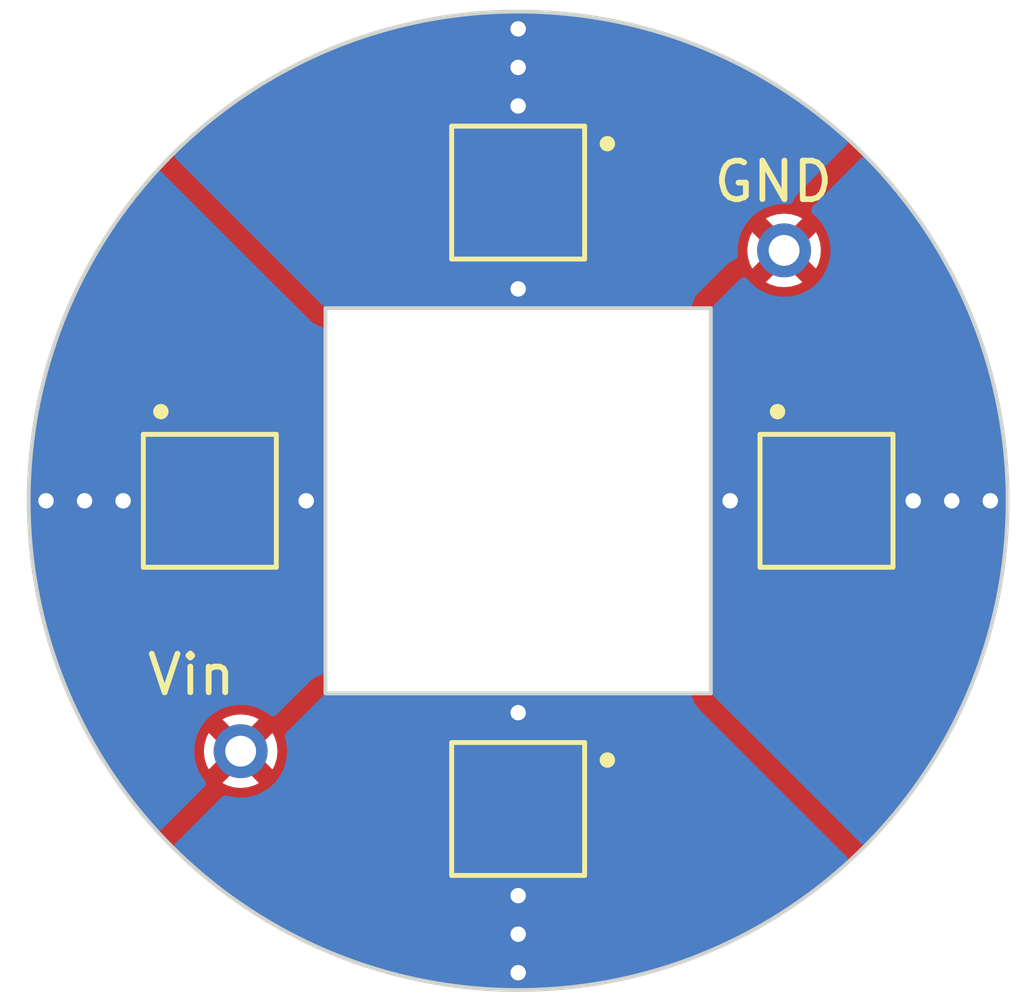
<source format=kicad_pcb>
(kicad_pcb (version 20221018) (generator pcbnew)
  (layers (0 "F.Cu" signal) (31 "B.Cu" signal) (34 "B.Paste" user) (35 "F.Paste" user) (36 "B.SilkS" user "B.Silkscreen") (37 "F.SilkS" user "F.Silkscreen") (38 "B.Mask" user) (39 "F.Mask" user) (44 "Edge.Cuts" user))
  (net 0 "")
  (net 1 "Net-(D1-Pad1)")
  (net 2 "unconnected-(D1-EXP-Pad3)")
  (net 3 "/Vin")
  (net 4 "/GND")
  (net 5 "unconnected-(D2-EXP-Pad3)")
  (net 6 "Net-(D3-Pad1)")
  (net 7 "unconnected-(D3-EXP-Pad3)")
  (net 8 "unconnected-(D4-EXP-Pad3)")
  (footprint "SST-10-IRD-B130-S940:SST-10-B130" (layer "F.Cu") (at 100 92 180)
    (fp_text reference "D2" hide)
    (fp_text value "SST-10-IRD-B130-S940")
    (fp_line (start -1.725 -1.725) (end 1.725 -1.725) (stroke (width 0.127)) (layer "F.SilkS"))
    (fp_line (start -1.725 1.725) (end -1.725 -1.725) (stroke (width 0.127)) (layer "F.SilkS"))
    (fp_line (start 1.725 -1.725) (end 1.725 1.725) (stroke (width 0.127)) (layer "F.SilkS"))
    (fp_line (start 1.725 1.725) (end -1.725 1.725) (stroke (width 0.127)) (layer "F.SilkS"))
    (fp_circle (center -2.315 1.27) (end -2.215 1.27) (stroke (width 0.2)) (fill none) (layer "F.SilkS"))
    (pad "1" smd rect (at -1.1 0 180) (size 0.5 2.7) (layers "F.Cu" "F.Paste" "F.Mask") (net 4 "/GND"))
    (pad "2" smd rect (at 1.1 0 180) (size 0.5 2.7) (layers "F.Cu" "F.Paste" "F.Mask") (net 1 "Net-(D1-Pad1)"))
    (pad "3" smd rect (at 0 0 180) (size 1 2.7) (layers "F.Cu" "F.Mask") (net 5 "unconnected-(D2-EXP-Pad3)"))
  )
  (footprint "SST-10-IRD-B130-S940:SST-10-B130" (layer "F.Cu") (at 108 100 -90)
    (fp_text reference "D4" hide)
    (fp_text value "SST-10-IRD-B130-S940")
    (fp_line (start -1.725 -1.725) (end 1.725 -1.725) (stroke (width 0.127)) (layer "F.SilkS"))
    (fp_line (start -1.725 1.725) (end -1.725 -1.725) (stroke (width 0.127)) (layer "F.SilkS"))
    (fp_line (start 1.725 -1.725) (end 1.725 1.725) (stroke (width 0.127)) (layer "F.SilkS"))
    (fp_line (start 1.725 1.725) (end -1.725 1.725) (stroke (width 0.127)) (layer "F.SilkS"))
    (fp_circle (center -2.315 1.27) (end -2.215 1.27) (stroke (width 0.2)) (fill none) (layer "F.SilkS"))
    (pad "1" smd rect (at -1.1 0 270) (size 0.5 2.7) (layers "F.Cu" "F.Paste" "F.Mask") (net 4 "/GND"))
    (pad "2" smd rect (at 1.1 0 270) (size 0.5 2.7) (layers "F.Cu" "F.Paste" "F.Mask") (net 6 "Net-(D3-Pad1)"))
    (pad "3" smd rect (at 0 0 270) (size 1 2.7) (layers "F.Cu" "F.Mask") (net 8 "unconnected-(D4-EXP-Pad3)"))
  )
  (footprint "Connector_PinHeader_1.00mm:PinHeader_1x01_P1.00mm_Vertical" (layer "F.Cu") (at 106.9 93.5)
    (fp_text reference "J2" hide)
    (fp_text value "Conn_01x01_Pin")
    (pad "1" thru_hole circle (at 0 0) (size 1.4 1.4) (drill 0.8) (layers "*.Cu" "*.Mask") (net 4 "/GND"))
  )
  (footprint "Connector_PinHeader_1.00mm:PinHeader_1x01_P1.00mm_Vertical" (layer "F.Cu") (at 92.8 106.5)
    (fp_text reference "J1" hide)
    (fp_text value "Conn_01x01_Pin")
    (pad "1" thru_hole circle (at 0 0) (size 1.4 1.4) (drill 0.8) (layers "*.Cu" "*.Mask") (net 3 "/Vin"))
  )
  (footprint "SST-10-IRD-B130-S940:SST-10-B130" (layer "F.Cu") (at 92 100 -90)
    (fp_text reference "D1" hide)
    (fp_text value "SST-10-IRD-B130-S940")
    (fp_line (start -1.725 -1.725) (end 1.725 -1.725) (stroke (width 0.127)) (layer "F.SilkS"))
    (fp_line (start -1.725 1.725) (end -1.725 -1.725) (stroke (width 0.127)) (layer "F.SilkS"))
    (fp_line (start 1.725 -1.725) (end 1.725 1.725) (stroke (width 0.127)) (layer "F.SilkS"))
    (fp_line (start 1.725 1.725) (end -1.725 1.725) (stroke (width 0.127)) (layer "F.SilkS"))
    (fp_circle (center -2.315 1.27) (end -2.215 1.27) (stroke (width 0.2)) (fill none) (layer "F.SilkS"))
    (pad "1" smd rect (at -1.1 0 270) (size 0.5 2.7) (layers "F.Cu" "F.Paste" "F.Mask") (net 1 "Net-(D1-Pad1)"))
    (pad "2" smd rect (at 1.1 0 270) (size 0.5 2.7) (layers "F.Cu" "F.Paste" "F.Mask") (net 3 "/Vin"))
    (pad "3" smd rect (at 0 0 270) (size 1 2.7) (layers "F.Cu" "F.Mask") (net 2 "unconnected-(D1-EXP-Pad3)"))
  )
  (footprint "SST-10-IRD-B130-S940:SST-10-B130" (layer "F.Cu") (at 100 108 180)
    (fp_text reference "D3" hide)
    (fp_text value "SST-10-IRD-B130-S940")
    (fp_line (start -1.725 -1.725) (end 1.725 -1.725) (stroke (width 0.127)) (layer "F.SilkS"))
    (fp_line (start -1.725 1.725) (end -1.725 -1.725) (stroke (width 0.127)) (layer "F.SilkS"))
    (fp_line (start 1.725 -1.725) (end 1.725 1.725) (stroke (width 0.127)) (layer "F.SilkS"))
    (fp_line (start 1.725 1.725) (end -1.725 1.725) (stroke (width 0.127)) (layer "F.SilkS"))
    (fp_circle (center -2.315 1.27) (end -2.215 1.27) (stroke (width 0.2)) (fill none) (layer "F.SilkS"))
    (pad "1" smd rect (at -1.1 0 180) (size 0.5 2.7) (layers "F.Cu" "F.Paste" "F.Mask") (net 6 "Net-(D3-Pad1)"))
    (pad "2" smd rect (at 1.1 0 180) (size 0.5 2.7) (layers "F.Cu" "F.Paste" "F.Mask") (net 3 "/Vin"))
    (pad "3" smd rect (at 0 0 180) (size 1 2.7) (layers "F.Cu" "F.Mask") (net 7 "unconnected-(D3-EXP-Pad3)"))
  )
  (gr_rect (start 95 95) (end 105 105) (stroke (width 0.1)) (fill none) (layer "Edge.Cuts"))
  (gr_circle (center 100 100) (end 112.7 100) (stroke (width 0.1)) (fill none) (layer "Edge.Cuts"))
  (gr_text "GND" (at 105 92.3) (layer "F.SilkS") (effects (font (size 1 1)) (justify left bottom)))
  (gr_text "Vin" (at 90.3 105.1) (layer "F.SilkS") (effects (font (size 1 1)) (justify left bottom)))
  (via (at 89.75 100) (size 0.8) (drill 0.4) (layers "F.Cu" "B.Cu") (net 2))
  (via (at 94.5 100) (size 0.8) (drill 0.4) (layers "F.Cu" "B.Cu") (net 2))
  (via (at 88.75 100) (size 0.8) (drill 0.4) (layers "F.Cu" "B.Cu") (net 2))
  (via (at 87.75 100) (size 0.8) (drill 0.4) (layers "F.Cu" "B.Cu") (net 2))
  (via (at 100 89.75) (size 0.8) (drill 0.4) (layers "F.Cu" "B.Cu") (net 5))
  (via (at 100 88.75) (size 0.8) (drill 0.4) (layers "F.Cu" "B.Cu") (net 5))
  (via (at 100 87.75) (size 0.8) (drill 0.4) (layers "F.Cu" "B.Cu") (net 5))
  (via (at 100 94.5) (size 0.8) (drill 0.4) (layers "F.Cu" "B.Cu") (net 5))
  (via (at 100 105.5) (size 0.8) (drill 0.4) (layers "F.Cu" "B.Cu") (net 7))
  (via (at 100 111.25) (size 0.8) (drill 0.4) (layers "F.Cu" "B.Cu") (net 7))
  (via (at 100 112.25) (size 0.8) (drill 0.4) (layers "F.Cu" "B.Cu") (net 7))
  (via (at 100 110.25) (size 0.8) (drill 0.4) (layers "F.Cu" "B.Cu") (net 7))
  (via (at 111.25 100) (size 0.8) (drill 0.4) (layers "F.Cu" "B.Cu") (net 8))
  (via (at 105.5 100) (size 0.8) (drill 0.4) (layers "F.Cu" "B.Cu") (net 8))
  (via (at 112.25 100) (size 0.8) (drill 0.4) (layers "F.Cu" "B.Cu") (net 8))
  (via (at 110.25 100) (size 0.8) (drill 0.4) (layers "F.Cu" "B.Cu") (net 8))
  (zone (net 7) (net_name "unconnected-(D3-EXP-Pad3)") (layer "F.Cu") (priority 10) (connect_pads (clearance 0.25)) (min_thickness 0.25) (fill yes (thermal_gap 0.25) (thermal_bridge_width 0.5))
    (polygon (pts (xy 99.25 105) (xy 100.75 105) (xy 100.75 113) (xy 99.3 113)))
  )
  (zone (net 5) (net_name "unconnected-(D2-EXP-Pad3)") (layer "F.Cu") (priority 9) (connect_pads (clearance 0.25)) (min_thickness 0.25) (fill yes (thermal_gap 0.25) (thermal_bridge_width 0.5))
    (polygon (pts (xy 99.25 95) (xy 99.2 87) (xy 100.8 87) (xy 100.75 95)))
  )
  (zone (net 8) (net_name "unconnected-(D4-EXP-Pad3)") (layer "F.Cu") (priority 11) (connect_pads (clearance 0.25)) (min_thickness 0.25) (fill yes (thermal_gap 0.25) (thermal_bridge_width 0.5))
    (polygon (pts (xy 105 99.25) (xy 113 99.2) (xy 113 100.8) (xy 105 100.75)))
  )
  (zone (net 2) (net_name "unconnected-(D1-EXP-Pad3)") (layer "F.Cu") (priority 8) (connect_pads (clearance 0.25)) (min_thickness 0.25) (fill yes (thermal_gap 0.25) (thermal_bridge_width 0.5))
    (polygon (pts (xy 95 99.25) (xy 95 100.75) (xy 87 100.8) (xy 87 99.2)))
  )
  (zone (net 4) (net_name "/GND") (layer "F.Cu") (connect_pads (clearance 0.25)) (min_thickness 0.25) (fill yes (thermal_gap 0.25) (thermal_bridge_width 0.5))
    (polygon (pts (xy 100.8 99.2) (xy 100.8 87) (xy 113 87) (xy 113 99.2)))
  )
  (zone (net 1) (net_name "Net-(D1-Pad1)") (layer "F.Cu") (priority 2) (connect_pads (clearance 0.25)) (min_thickness 0.25) (fill yes (thermal_gap 0.25) (thermal_bridge_width 0.5))
    (polygon (pts (xy 99.2 99.2) (xy 87 99.2) (xy 87 87) (xy 99.2 87)))
  )
  (zone (net 3) (net_name "/Vin") (layer "F.Cu") (priority 3) (connect_pads (clearance 0.25)) (min_thickness 0.25) (fill yes (thermal_gap 0.25) (thermal_bridge_width 0.5))
    (polygon (pts (xy 99.3 100.8) (xy 87 100.8) (xy 87 113) (xy 99.3 113)))
  )
  (zone (net 6) (net_name "Net-(D3-Pad1)") (layer "F.Cu") (priority 1) (connect_pads (clearance 0.25)) (min_thickness 0.25) (fill yes (thermal_gap 0.25) (thermal_bridge_width 0.5))
    (polygon (pts (xy 100.8 100.8) (xy 113 100.8) (xy 113 113) (xy 100.8 113)))
  )
  (zone (net 8) (net_name "unconnected-(D4-EXP-Pad3)") (layer "B.Cu") (priority 7) (connect_pads (clearance 0.5)) (min_thickness 0.25) (fill yes (thermal_gap 0.25) (thermal_bridge_width 0.5))
    (polygon (pts (xy 113 87) (xy 105 95) (xy 105 105) (xy 113 113)))
  )
  (zone (net 2) (net_name "unconnected-(D1-EXP-Pad3)") (layer "B.Cu") (priority 4) (connect_pads (clearance 0.5)) (min_thickness 0.25) (fill yes (thermal_gap 0.25) (thermal_bridge_width 0.5))
    (polygon (pts (xy 95 95) (xy 87 87) (xy 87 113) (xy 95 105)))
  )
  (zone (net 5) (net_name "unconnected-(D2-EXP-Pad3)") (layer "B.Cu") (priority 6) (connect_pads (clearance 0.5)) (min_thickness 0.25) (fill yes (thermal_gap 0.25) (thermal_bridge_width 0.5))
    (polygon (pts (xy 87 87) (xy 113 87) (xy 105 95) (xy 95 95)))
  )
  (zone (net 7) (net_name "unconnected-(D3-EXP-Pad3)") (layer "B.Cu") (priority 5) (connect_pads (clearance 0.5)) (min_thickness 0.25) (fill yes (thermal_gap 0.25) (thermal_bridge_width 0.5))
    (polygon (pts (xy 95 105) (xy 105 105) (xy 113 113) (xy 87 113)))
  )
)
</source>
